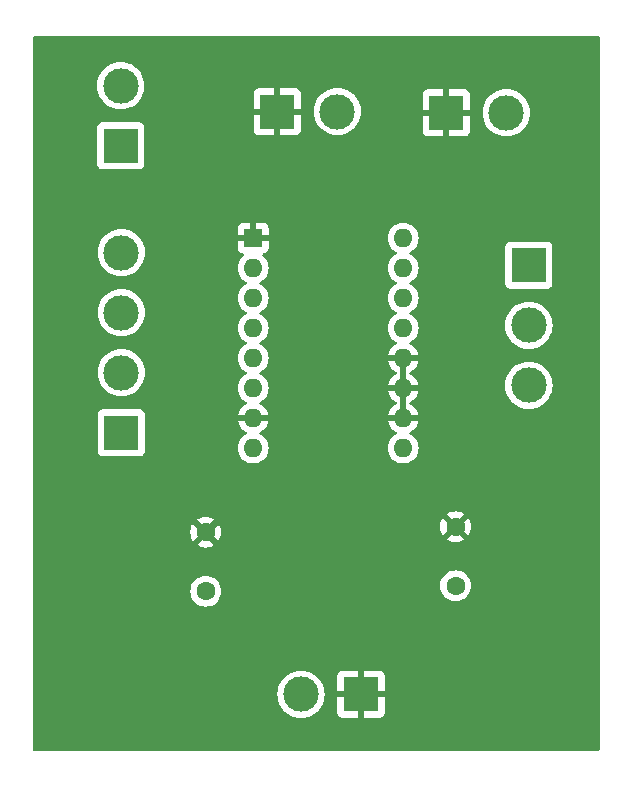
<source format=gbr>
%TF.GenerationSoftware,KiCad,Pcbnew,8.0.5*%
%TF.CreationDate,2025-02-26T19:01:25+01:00*%
%TF.ProjectId,carte 5V,63617274-6520-4355-962e-6b696361645f,rev?*%
%TF.SameCoordinates,Original*%
%TF.FileFunction,Copper,L2,Bot*%
%TF.FilePolarity,Positive*%
%FSLAX46Y46*%
G04 Gerber Fmt 4.6, Leading zero omitted, Abs format (unit mm)*
G04 Created by KiCad (PCBNEW 8.0.5) date 2025-02-26 19:01:25*
%MOMM*%
%LPD*%
G01*
G04 APERTURE LIST*
%TA.AperFunction,ComponentPad*%
%ADD10R,3.000000X3.000000*%
%TD*%
%TA.AperFunction,ComponentPad*%
%ADD11C,3.000000*%
%TD*%
%TA.AperFunction,ComponentPad*%
%ADD12O,1.600000X1.600000*%
%TD*%
%TA.AperFunction,ComponentPad*%
%ADD13R,1.600000X1.600000*%
%TD*%
%TA.AperFunction,ComponentPad*%
%ADD14C,1.600000*%
%TD*%
G04 APERTURE END LIST*
D10*
%TO.P,ToI2C1,1,Pin_1*%
%TO.N,GND*%
X185020000Y-59500000D03*
D11*
%TO.P,ToI2C1,2,Pin_2*%
%TO.N,+5V*%
X190100000Y-59500000D03*
%TD*%
D10*
%TO.P,ToRasp1,1,Pin_1*%
%TO.N,+5V*%
X157450000Y-62290000D03*
D11*
%TO.P,ToRasp1,2*%
%TO.N,N/C*%
X157450000Y-57210000D03*
%TD*%
%TO.P,Teensy1,3,Pin_3*%
%TO.N,Enable1*%
X192000000Y-82580000D03*
%TO.P,Teensy1,2,Pin_2*%
%TO.N,Step1*%
X192000000Y-77500000D03*
D10*
%TO.P,Teensy1,1,Pin_1*%
%TO.N,Dir1*%
X192000000Y-72420000D03*
%TD*%
D11*
%TO.P,Moteurs1,4,Pin_4*%
%TO.N,1B1*%
X157500000Y-71340000D03*
%TO.P,Moteurs1,3,Pin_3*%
%TO.N,1A1*%
X157500000Y-76420000D03*
%TO.P,Moteurs1,2,Pin_2*%
%TO.N,2A1*%
X157500000Y-81500000D03*
D10*
%TO.P,Moteurs1,1,Pin_1*%
%TO.N,2B1*%
X157500000Y-86580000D03*
%TD*%
%TO.P,FromBC5V1,1,Pin_1*%
%TO.N,GND*%
X170710000Y-59400000D03*
D11*
%TO.P,FromBC5V1,2,Pin_2*%
%TO.N,+5V*%
X175790000Y-59400000D03*
%TD*%
D12*
%TO.P,Driver1,16,DIR*%
%TO.N,Dir1*%
X181360000Y-70110000D03*
%TO.P,Driver1,15,STEP*%
%TO.N,Step1*%
X181360000Y-72650000D03*
%TO.P,Driver1,14,~{SLEEP}*%
%TO.N,unconnected-(Driver1-~{SLEEP}-Pad14)*%
X181360000Y-75190000D03*
%TO.P,Driver1,13,~{RESET}*%
%TO.N,unconnected-(Driver1-~{RESET}-Pad13)*%
X181360000Y-77730000D03*
%TO.P,Driver1,12,MS3*%
%TO.N,GND*%
X181360000Y-80270000D03*
%TO.P,Driver1,11,MS2*%
X181360000Y-82810000D03*
%TO.P,Driver1,10,MS1*%
X181360000Y-85350000D03*
%TO.P,Driver1,9,~{ENABLE}*%
%TO.N,Enable1*%
X181360000Y-87890000D03*
%TO.P,Driver1,8,VMOT*%
%TO.N,+12V*%
X168660000Y-87890000D03*
%TO.P,Driver1,7,GND*%
%TO.N,GND*%
X168660000Y-85350000D03*
%TO.P,Driver1,6,2B*%
%TO.N,2B1*%
X168660000Y-82810000D03*
%TO.P,Driver1,5,2A*%
%TO.N,2A1*%
X168660000Y-80270000D03*
%TO.P,Driver1,4,1A*%
%TO.N,1A1*%
X168660000Y-77730000D03*
%TO.P,Driver1,3,1B*%
%TO.N,1B1*%
X168660000Y-75190000D03*
%TO.P,Driver1,2,VDD*%
%TO.N,+5V*%
X168660000Y-72650000D03*
D13*
%TO.P,Driver1,1,GND*%
%TO.N,GND*%
X168660000Y-70110000D03*
%TD*%
D14*
%TO.P,C2,2*%
%TO.N,GND*%
X185800000Y-94550000D03*
%TO.P,C2,1*%
%TO.N,+12V*%
X185800000Y-99550000D03*
%TD*%
%TO.P,C1,1*%
%TO.N,+12V*%
X164650000Y-100010000D03*
%TO.P,C1,2*%
%TO.N,GND*%
X164650000Y-95010000D03*
%TD*%
D11*
%TO.P,12Vin1,2,Pin_2*%
%TO.N,+12V*%
X172710000Y-108750000D03*
D10*
%TO.P,12Vin1,1,Pin_1*%
%TO.N,GND*%
X177790000Y-108750000D03*
%TD*%
%TA.AperFunction,Conductor*%
%TO.N,GND*%
G36*
X181610000Y-85034314D02*
G01*
X181605606Y-85029920D01*
X181514394Y-84977259D01*
X181412661Y-84950000D01*
X181307339Y-84950000D01*
X181205606Y-84977259D01*
X181114394Y-85029920D01*
X181110000Y-85034314D01*
X181110000Y-83125686D01*
X181114394Y-83130080D01*
X181205606Y-83182741D01*
X181307339Y-83210000D01*
X181412661Y-83210000D01*
X181514394Y-83182741D01*
X181605606Y-83130080D01*
X181610000Y-83125686D01*
X181610000Y-85034314D01*
G37*
%TD.AperFunction*%
%TA.AperFunction,Conductor*%
G36*
X181610000Y-82494314D02*
G01*
X181605606Y-82489920D01*
X181514394Y-82437259D01*
X181412661Y-82410000D01*
X181307339Y-82410000D01*
X181205606Y-82437259D01*
X181114394Y-82489920D01*
X181110000Y-82494314D01*
X181110000Y-80585686D01*
X181114394Y-80590080D01*
X181205606Y-80642741D01*
X181307339Y-80670000D01*
X181412661Y-80670000D01*
X181514394Y-80642741D01*
X181605606Y-80590080D01*
X181610000Y-80585686D01*
X181610000Y-82494314D01*
G37*
%TD.AperFunction*%
%TA.AperFunction,Conductor*%
G36*
X197942539Y-53020185D02*
G01*
X197988294Y-53072989D01*
X197999500Y-53124500D01*
X197999500Y-113375500D01*
X197979815Y-113442539D01*
X197927011Y-113488294D01*
X197875500Y-113499500D01*
X150124500Y-113499500D01*
X150057461Y-113479815D01*
X150011706Y-113427011D01*
X150000500Y-113375500D01*
X150000500Y-108749998D01*
X170704390Y-108749998D01*
X170704390Y-108750001D01*
X170724804Y-109035433D01*
X170785628Y-109315037D01*
X170785630Y-109315043D01*
X170785631Y-109315046D01*
X170847452Y-109480793D01*
X170885635Y-109583166D01*
X171022770Y-109834309D01*
X171022775Y-109834317D01*
X171194254Y-110063387D01*
X171194270Y-110063405D01*
X171396594Y-110265729D01*
X171396612Y-110265745D01*
X171625682Y-110437224D01*
X171625690Y-110437229D01*
X171876833Y-110574364D01*
X171876832Y-110574364D01*
X171876836Y-110574365D01*
X171876839Y-110574367D01*
X172144954Y-110674369D01*
X172144960Y-110674370D01*
X172144962Y-110674371D01*
X172424566Y-110735195D01*
X172424568Y-110735195D01*
X172424572Y-110735196D01*
X172678220Y-110753337D01*
X172709999Y-110755610D01*
X172710000Y-110755610D01*
X172710001Y-110755610D01*
X172738595Y-110753564D01*
X172995428Y-110735196D01*
X173275046Y-110674369D01*
X173543161Y-110574367D01*
X173794315Y-110437226D01*
X174023395Y-110265739D01*
X174225739Y-110063395D01*
X174397226Y-109834315D01*
X174534367Y-109583161D01*
X174634369Y-109315046D01*
X174695196Y-109035428D01*
X174715610Y-108750000D01*
X174695196Y-108464572D01*
X174634369Y-108184954D01*
X174534367Y-107916839D01*
X174397226Y-107665685D01*
X174397224Y-107665682D01*
X174225745Y-107436612D01*
X174225729Y-107436594D01*
X174023405Y-107234270D01*
X174023387Y-107234254D01*
X173980508Y-107202155D01*
X175790000Y-107202155D01*
X175790000Y-108500000D01*
X177070936Y-108500000D01*
X177059207Y-108528316D01*
X177030000Y-108675147D01*
X177030000Y-108824853D01*
X177059207Y-108971684D01*
X177070936Y-109000000D01*
X175790000Y-109000000D01*
X175790000Y-110297844D01*
X175796401Y-110357372D01*
X175796403Y-110357379D01*
X175846645Y-110492086D01*
X175846649Y-110492093D01*
X175932809Y-110607187D01*
X175932812Y-110607190D01*
X176047906Y-110693350D01*
X176047913Y-110693354D01*
X176182620Y-110743596D01*
X176182627Y-110743598D01*
X176242155Y-110749999D01*
X176242172Y-110750000D01*
X177540000Y-110750000D01*
X177540000Y-109469064D01*
X177568316Y-109480793D01*
X177715147Y-109510000D01*
X177864853Y-109510000D01*
X178011684Y-109480793D01*
X178040000Y-109469064D01*
X178040000Y-110750000D01*
X179337828Y-110750000D01*
X179337844Y-110749999D01*
X179397372Y-110743598D01*
X179397379Y-110743596D01*
X179532086Y-110693354D01*
X179532093Y-110693350D01*
X179647187Y-110607190D01*
X179647190Y-110607187D01*
X179733350Y-110492093D01*
X179733354Y-110492086D01*
X179783596Y-110357379D01*
X179783598Y-110357372D01*
X179789999Y-110297844D01*
X179790000Y-110297827D01*
X179790000Y-109000000D01*
X178509064Y-109000000D01*
X178520793Y-108971684D01*
X178550000Y-108824853D01*
X178550000Y-108675147D01*
X178520793Y-108528316D01*
X178509064Y-108500000D01*
X179790000Y-108500000D01*
X179790000Y-107202172D01*
X179789999Y-107202155D01*
X179783598Y-107142627D01*
X179783596Y-107142620D01*
X179733354Y-107007913D01*
X179733350Y-107007906D01*
X179647190Y-106892812D01*
X179647187Y-106892809D01*
X179532093Y-106806649D01*
X179532086Y-106806645D01*
X179397379Y-106756403D01*
X179397372Y-106756401D01*
X179337844Y-106750000D01*
X178040000Y-106750000D01*
X178040000Y-108030935D01*
X178011684Y-108019207D01*
X177864853Y-107990000D01*
X177715147Y-107990000D01*
X177568316Y-108019207D01*
X177540000Y-108030935D01*
X177540000Y-106750000D01*
X176242155Y-106750000D01*
X176182627Y-106756401D01*
X176182620Y-106756403D01*
X176047913Y-106806645D01*
X176047906Y-106806649D01*
X175932812Y-106892809D01*
X175932809Y-106892812D01*
X175846649Y-107007906D01*
X175846645Y-107007913D01*
X175796403Y-107142620D01*
X175796401Y-107142627D01*
X175790000Y-107202155D01*
X173980508Y-107202155D01*
X173794317Y-107062775D01*
X173794309Y-107062770D01*
X173543166Y-106925635D01*
X173543167Y-106925635D01*
X173435915Y-106885632D01*
X173275046Y-106825631D01*
X173275043Y-106825630D01*
X173275037Y-106825628D01*
X172995433Y-106764804D01*
X172710001Y-106744390D01*
X172709999Y-106744390D01*
X172424566Y-106764804D01*
X172144962Y-106825628D01*
X171876833Y-106925635D01*
X171625690Y-107062770D01*
X171625682Y-107062775D01*
X171396612Y-107234254D01*
X171396594Y-107234270D01*
X171194270Y-107436594D01*
X171194254Y-107436612D01*
X171022775Y-107665682D01*
X171022770Y-107665690D01*
X170885635Y-107916833D01*
X170785628Y-108184962D01*
X170724804Y-108464566D01*
X170704390Y-108749998D01*
X150000500Y-108749998D01*
X150000500Y-100009998D01*
X163344532Y-100009998D01*
X163344532Y-100010001D01*
X163364364Y-100236686D01*
X163364366Y-100236697D01*
X163423258Y-100456488D01*
X163423261Y-100456497D01*
X163519431Y-100662732D01*
X163519432Y-100662734D01*
X163649954Y-100849141D01*
X163810858Y-101010045D01*
X163810861Y-101010047D01*
X163997266Y-101140568D01*
X164203504Y-101236739D01*
X164423308Y-101295635D01*
X164585230Y-101309801D01*
X164649998Y-101315468D01*
X164650000Y-101315468D01*
X164650002Y-101315468D01*
X164706673Y-101310509D01*
X164876692Y-101295635D01*
X165096496Y-101236739D01*
X165302734Y-101140568D01*
X165489139Y-101010047D01*
X165650047Y-100849139D01*
X165780568Y-100662734D01*
X165876739Y-100456496D01*
X165935635Y-100236692D01*
X165955468Y-100010000D01*
X165935635Y-99783308D01*
X165876739Y-99563504D01*
X165870441Y-99549998D01*
X184494532Y-99549998D01*
X184494532Y-99550001D01*
X184514364Y-99776686D01*
X184514366Y-99776697D01*
X184573258Y-99996488D01*
X184573261Y-99996497D01*
X184669431Y-100202732D01*
X184669432Y-100202734D01*
X184799954Y-100389141D01*
X184960858Y-100550045D01*
X184960861Y-100550047D01*
X185147266Y-100680568D01*
X185353504Y-100776739D01*
X185573308Y-100835635D01*
X185727682Y-100849141D01*
X185799998Y-100855468D01*
X185800000Y-100855468D01*
X185800002Y-100855468D01*
X185856673Y-100850509D01*
X186026692Y-100835635D01*
X186246496Y-100776739D01*
X186452734Y-100680568D01*
X186639139Y-100550047D01*
X186800047Y-100389139D01*
X186930568Y-100202734D01*
X187026739Y-99996496D01*
X187085635Y-99776692D01*
X187105468Y-99550000D01*
X187085635Y-99323308D01*
X187026739Y-99103504D01*
X186930568Y-98897266D01*
X186800047Y-98710861D01*
X186800045Y-98710858D01*
X186639141Y-98549954D01*
X186452734Y-98419432D01*
X186452732Y-98419431D01*
X186246497Y-98323261D01*
X186246488Y-98323258D01*
X186026697Y-98264366D01*
X186026693Y-98264365D01*
X186026692Y-98264365D01*
X186026691Y-98264364D01*
X186026686Y-98264364D01*
X185800002Y-98244532D01*
X185799998Y-98244532D01*
X185573313Y-98264364D01*
X185573302Y-98264366D01*
X185353511Y-98323258D01*
X185353502Y-98323261D01*
X185147267Y-98419431D01*
X185147265Y-98419432D01*
X184960858Y-98549954D01*
X184799954Y-98710858D01*
X184669432Y-98897265D01*
X184669431Y-98897267D01*
X184573261Y-99103502D01*
X184573258Y-99103511D01*
X184514366Y-99323302D01*
X184514364Y-99323313D01*
X184494532Y-99549998D01*
X165870441Y-99549998D01*
X165780568Y-99357266D01*
X165650047Y-99170861D01*
X165650045Y-99170858D01*
X165489141Y-99009954D01*
X165302734Y-98879432D01*
X165302732Y-98879431D01*
X165096497Y-98783261D01*
X165096488Y-98783258D01*
X164876697Y-98724366D01*
X164876693Y-98724365D01*
X164876692Y-98724365D01*
X164876691Y-98724364D01*
X164876686Y-98724364D01*
X164650002Y-98704532D01*
X164649998Y-98704532D01*
X164423313Y-98724364D01*
X164423302Y-98724366D01*
X164203511Y-98783258D01*
X164203502Y-98783261D01*
X163997267Y-98879431D01*
X163997265Y-98879432D01*
X163810858Y-99009954D01*
X163649954Y-99170858D01*
X163519432Y-99357265D01*
X163519431Y-99357267D01*
X163423261Y-99563502D01*
X163423258Y-99563511D01*
X163364366Y-99783302D01*
X163364364Y-99783313D01*
X163344532Y-100009998D01*
X150000500Y-100009998D01*
X150000500Y-95009997D01*
X163345034Y-95009997D01*
X163345034Y-95010002D01*
X163364858Y-95236599D01*
X163364860Y-95236610D01*
X163423730Y-95456317D01*
X163423735Y-95456331D01*
X163519863Y-95662478D01*
X163570974Y-95735472D01*
X164250000Y-95056446D01*
X164250000Y-95062661D01*
X164277259Y-95164394D01*
X164329920Y-95255606D01*
X164404394Y-95330080D01*
X164495606Y-95382741D01*
X164597339Y-95410000D01*
X164603553Y-95410000D01*
X163924526Y-96089025D01*
X163997513Y-96140132D01*
X163997521Y-96140136D01*
X164203668Y-96236264D01*
X164203682Y-96236269D01*
X164423389Y-96295139D01*
X164423400Y-96295141D01*
X164649998Y-96314966D01*
X164650002Y-96314966D01*
X164876599Y-96295141D01*
X164876610Y-96295139D01*
X165096317Y-96236269D01*
X165096331Y-96236264D01*
X165302478Y-96140136D01*
X165375471Y-96089024D01*
X164696447Y-95410000D01*
X164702661Y-95410000D01*
X164804394Y-95382741D01*
X164895606Y-95330080D01*
X164970080Y-95255606D01*
X165022741Y-95164394D01*
X165050000Y-95062661D01*
X165050000Y-95056447D01*
X165729024Y-95735471D01*
X165780136Y-95662478D01*
X165876264Y-95456331D01*
X165876269Y-95456317D01*
X165935139Y-95236610D01*
X165935141Y-95236599D01*
X165954966Y-95010002D01*
X165954966Y-95009997D01*
X165935141Y-94783400D01*
X165935139Y-94783389D01*
X165876269Y-94563682D01*
X165876264Y-94563668D01*
X165869889Y-94549997D01*
X184495034Y-94549997D01*
X184495034Y-94550002D01*
X184514858Y-94776599D01*
X184514860Y-94776610D01*
X184573730Y-94996317D01*
X184573735Y-94996331D01*
X184669863Y-95202478D01*
X184720974Y-95275472D01*
X185400000Y-94596446D01*
X185400000Y-94602661D01*
X185427259Y-94704394D01*
X185479920Y-94795606D01*
X185554394Y-94870080D01*
X185645606Y-94922741D01*
X185747339Y-94950000D01*
X185753553Y-94950000D01*
X185074526Y-95629025D01*
X185147513Y-95680132D01*
X185147521Y-95680136D01*
X185353668Y-95776264D01*
X185353682Y-95776269D01*
X185573389Y-95835139D01*
X185573400Y-95835141D01*
X185799998Y-95854966D01*
X185800002Y-95854966D01*
X186026599Y-95835141D01*
X186026610Y-95835139D01*
X186246317Y-95776269D01*
X186246331Y-95776264D01*
X186452478Y-95680136D01*
X186525471Y-95629024D01*
X185846447Y-94950000D01*
X185852661Y-94950000D01*
X185954394Y-94922741D01*
X186045606Y-94870080D01*
X186120080Y-94795606D01*
X186172741Y-94704394D01*
X186200000Y-94602661D01*
X186200000Y-94596447D01*
X186879024Y-95275471D01*
X186930136Y-95202478D01*
X187026264Y-94996331D01*
X187026269Y-94996317D01*
X187085139Y-94776610D01*
X187085141Y-94776599D01*
X187104966Y-94550002D01*
X187104966Y-94549997D01*
X187085141Y-94323400D01*
X187085139Y-94323389D01*
X187026269Y-94103682D01*
X187026264Y-94103668D01*
X186930136Y-93897521D01*
X186930132Y-93897513D01*
X186879025Y-93824526D01*
X186200000Y-94503551D01*
X186200000Y-94497339D01*
X186172741Y-94395606D01*
X186120080Y-94304394D01*
X186045606Y-94229920D01*
X185954394Y-94177259D01*
X185852661Y-94150000D01*
X185846448Y-94150000D01*
X186525472Y-93470974D01*
X186452478Y-93419863D01*
X186246331Y-93323735D01*
X186246317Y-93323730D01*
X186026610Y-93264860D01*
X186026599Y-93264858D01*
X185800002Y-93245034D01*
X185799998Y-93245034D01*
X185573400Y-93264858D01*
X185573389Y-93264860D01*
X185353682Y-93323730D01*
X185353673Y-93323734D01*
X185147516Y-93419866D01*
X185147512Y-93419868D01*
X185074526Y-93470973D01*
X185074526Y-93470974D01*
X185753553Y-94150000D01*
X185747339Y-94150000D01*
X185645606Y-94177259D01*
X185554394Y-94229920D01*
X185479920Y-94304394D01*
X185427259Y-94395606D01*
X185400000Y-94497339D01*
X185400000Y-94503552D01*
X184720974Y-93824526D01*
X184720973Y-93824526D01*
X184669868Y-93897512D01*
X184669866Y-93897516D01*
X184573734Y-94103673D01*
X184573730Y-94103682D01*
X184514860Y-94323389D01*
X184514858Y-94323400D01*
X184495034Y-94549997D01*
X165869889Y-94549997D01*
X165780136Y-94357521D01*
X165780132Y-94357513D01*
X165729025Y-94284526D01*
X165050000Y-94963551D01*
X165050000Y-94957339D01*
X165022741Y-94855606D01*
X164970080Y-94764394D01*
X164895606Y-94689920D01*
X164804394Y-94637259D01*
X164702661Y-94610000D01*
X164696448Y-94610000D01*
X165375472Y-93930974D01*
X165302478Y-93879863D01*
X165096331Y-93783735D01*
X165096317Y-93783730D01*
X164876610Y-93724860D01*
X164876599Y-93724858D01*
X164650002Y-93705034D01*
X164649998Y-93705034D01*
X164423400Y-93724858D01*
X164423389Y-93724860D01*
X164203682Y-93783730D01*
X164203673Y-93783734D01*
X163997516Y-93879866D01*
X163997512Y-93879868D01*
X163924526Y-93930973D01*
X163924526Y-93930974D01*
X164603553Y-94610000D01*
X164597339Y-94610000D01*
X164495606Y-94637259D01*
X164404394Y-94689920D01*
X164329920Y-94764394D01*
X164277259Y-94855606D01*
X164250000Y-94957339D01*
X164250000Y-94963552D01*
X163570974Y-94284526D01*
X163570973Y-94284526D01*
X163519868Y-94357512D01*
X163519866Y-94357516D01*
X163423734Y-94563673D01*
X163423730Y-94563682D01*
X163364860Y-94783389D01*
X163364858Y-94783400D01*
X163345034Y-95009997D01*
X150000500Y-95009997D01*
X150000500Y-85032135D01*
X155499500Y-85032135D01*
X155499500Y-88127870D01*
X155499501Y-88127876D01*
X155505908Y-88187483D01*
X155556202Y-88322328D01*
X155556206Y-88322335D01*
X155642452Y-88437544D01*
X155642455Y-88437547D01*
X155757664Y-88523793D01*
X155757671Y-88523797D01*
X155892517Y-88574091D01*
X155892516Y-88574091D01*
X155899444Y-88574835D01*
X155952127Y-88580500D01*
X159047872Y-88580499D01*
X159107483Y-88574091D01*
X159242331Y-88523796D01*
X159357546Y-88437546D01*
X159443796Y-88322331D01*
X159494091Y-88187483D01*
X159500500Y-88127873D01*
X159500499Y-85032128D01*
X159494091Y-84972517D01*
X159468417Y-84903682D01*
X159443797Y-84837671D01*
X159443793Y-84837664D01*
X159357547Y-84722455D01*
X159357544Y-84722452D01*
X159242335Y-84636206D01*
X159242328Y-84636202D01*
X159107482Y-84585908D01*
X159107483Y-84585908D01*
X159047883Y-84579501D01*
X159047881Y-84579500D01*
X159047873Y-84579500D01*
X159047864Y-84579500D01*
X155952129Y-84579500D01*
X155952123Y-84579501D01*
X155892516Y-84585908D01*
X155757671Y-84636202D01*
X155757664Y-84636206D01*
X155642455Y-84722452D01*
X155642452Y-84722455D01*
X155556206Y-84837664D01*
X155556202Y-84837671D01*
X155505908Y-84972517D01*
X155499737Y-85029920D01*
X155499501Y-85032123D01*
X155499500Y-85032135D01*
X150000500Y-85032135D01*
X150000500Y-81499998D01*
X155494390Y-81499998D01*
X155494390Y-81500001D01*
X155514804Y-81785433D01*
X155575628Y-82065037D01*
X155575630Y-82065043D01*
X155575631Y-82065046D01*
X155610028Y-82157267D01*
X155675635Y-82333166D01*
X155812770Y-82584309D01*
X155812775Y-82584317D01*
X155984254Y-82813387D01*
X155984270Y-82813405D01*
X156186594Y-83015729D01*
X156186612Y-83015745D01*
X156415682Y-83187224D01*
X156415690Y-83187229D01*
X156666833Y-83324364D01*
X156666832Y-83324364D01*
X156666836Y-83324365D01*
X156666839Y-83324367D01*
X156934954Y-83424369D01*
X156934960Y-83424370D01*
X156934962Y-83424371D01*
X157214566Y-83485195D01*
X157214568Y-83485195D01*
X157214572Y-83485196D01*
X157468220Y-83503337D01*
X157499999Y-83505610D01*
X157500000Y-83505610D01*
X157500001Y-83505610D01*
X157528595Y-83503564D01*
X157785428Y-83485196D01*
X157888685Y-83462734D01*
X158065037Y-83424371D01*
X158065037Y-83424370D01*
X158065046Y-83424369D01*
X158333161Y-83324367D01*
X158584315Y-83187226D01*
X158813395Y-83015739D01*
X159015739Y-82813395D01*
X159187226Y-82584315D01*
X159324367Y-82333161D01*
X159424369Y-82065046D01*
X159435266Y-82014954D01*
X159485195Y-81785433D01*
X159485195Y-81785432D01*
X159485196Y-81785428D01*
X159505610Y-81500000D01*
X159505301Y-81495685D01*
X159498499Y-81400570D01*
X159485196Y-81214572D01*
X159452496Y-81064254D01*
X159424371Y-80934962D01*
X159424370Y-80934960D01*
X159424369Y-80934954D01*
X159324367Y-80666839D01*
X159318245Y-80655628D01*
X159187229Y-80415690D01*
X159187224Y-80415682D01*
X159015745Y-80186612D01*
X159015729Y-80186594D01*
X158813405Y-79984270D01*
X158813387Y-79984254D01*
X158584317Y-79812775D01*
X158584309Y-79812770D01*
X158333166Y-79675635D01*
X158333167Y-79675635D01*
X158176673Y-79617266D01*
X158065046Y-79575631D01*
X158065043Y-79575630D01*
X158065037Y-79575628D01*
X157785433Y-79514804D01*
X157500001Y-79494390D01*
X157499999Y-79494390D01*
X157214566Y-79514804D01*
X156934962Y-79575628D01*
X156666833Y-79675635D01*
X156415690Y-79812770D01*
X156415682Y-79812775D01*
X156186612Y-79984254D01*
X156186594Y-79984270D01*
X155984270Y-80186594D01*
X155984254Y-80186612D01*
X155812775Y-80415682D01*
X155812770Y-80415690D01*
X155675635Y-80666833D01*
X155575628Y-80934962D01*
X155514804Y-81214566D01*
X155494390Y-81499998D01*
X150000500Y-81499998D01*
X150000500Y-76419998D01*
X155494390Y-76419998D01*
X155494390Y-76420001D01*
X155514804Y-76705433D01*
X155575628Y-76985037D01*
X155575630Y-76985043D01*
X155575631Y-76985046D01*
X155610028Y-77077267D01*
X155675635Y-77253166D01*
X155812770Y-77504309D01*
X155812775Y-77504317D01*
X155984254Y-77733387D01*
X155984270Y-77733405D01*
X156186594Y-77935729D01*
X156186612Y-77935745D01*
X156415682Y-78107224D01*
X156415690Y-78107229D01*
X156666833Y-78244364D01*
X156666832Y-78244364D01*
X156666836Y-78244365D01*
X156666839Y-78244367D01*
X156934954Y-78344369D01*
X156934960Y-78344370D01*
X156934962Y-78344371D01*
X157214566Y-78405195D01*
X157214568Y-78405195D01*
X157214572Y-78405196D01*
X157468220Y-78423337D01*
X157499999Y-78425610D01*
X157500000Y-78425610D01*
X157500001Y-78425610D01*
X157528595Y-78423564D01*
X157785428Y-78405196D01*
X157888685Y-78382734D01*
X158065037Y-78344371D01*
X158065037Y-78344370D01*
X158065046Y-78344369D01*
X158333161Y-78244367D01*
X158584315Y-78107226D01*
X158813395Y-77935739D01*
X159015739Y-77733395D01*
X159187226Y-77504315D01*
X159324367Y-77253161D01*
X159424369Y-76985046D01*
X159485196Y-76705428D01*
X159505610Y-76420000D01*
X159505301Y-76415685D01*
X159498499Y-76320570D01*
X159485196Y-76134572D01*
X159452496Y-75984254D01*
X159424371Y-75854962D01*
X159424370Y-75854960D01*
X159424369Y-75854954D01*
X159324367Y-75586839D01*
X159318245Y-75575628D01*
X159187229Y-75335690D01*
X159187224Y-75335682D01*
X159015745Y-75106612D01*
X159015729Y-75106594D01*
X158813405Y-74904270D01*
X158813387Y-74904254D01*
X158584317Y-74732775D01*
X158584309Y-74732770D01*
X158333166Y-74595635D01*
X158333167Y-74595635D01*
X158176673Y-74537266D01*
X158065046Y-74495631D01*
X158065043Y-74495630D01*
X158065037Y-74495628D01*
X157785433Y-74434804D01*
X157500001Y-74414390D01*
X157499999Y-74414390D01*
X157214566Y-74434804D01*
X156934962Y-74495628D01*
X156666833Y-74595635D01*
X156415690Y-74732770D01*
X156415682Y-74732775D01*
X156186612Y-74904254D01*
X156186594Y-74904270D01*
X155984270Y-75106594D01*
X155984254Y-75106612D01*
X155812775Y-75335682D01*
X155812770Y-75335690D01*
X155675635Y-75586833D01*
X155575628Y-75854962D01*
X155514804Y-76134566D01*
X155494390Y-76419998D01*
X150000500Y-76419998D01*
X150000500Y-71339998D01*
X155494390Y-71339998D01*
X155494390Y-71340001D01*
X155514804Y-71625433D01*
X155575628Y-71905037D01*
X155575630Y-71905043D01*
X155575631Y-71905046D01*
X155610028Y-71997267D01*
X155675635Y-72173166D01*
X155812770Y-72424309D01*
X155812775Y-72424317D01*
X155984254Y-72653387D01*
X155984270Y-72653405D01*
X156186594Y-72855729D01*
X156186612Y-72855745D01*
X156415682Y-73027224D01*
X156415690Y-73027229D01*
X156666833Y-73164364D01*
X156666832Y-73164364D01*
X156666836Y-73164365D01*
X156666839Y-73164367D01*
X156934954Y-73264369D01*
X156934960Y-73264370D01*
X156934962Y-73264371D01*
X157214566Y-73325195D01*
X157214568Y-73325195D01*
X157214572Y-73325196D01*
X157468220Y-73343337D01*
X157499999Y-73345610D01*
X157500000Y-73345610D01*
X157500001Y-73345610D01*
X157528595Y-73343564D01*
X157785428Y-73325196D01*
X157888685Y-73302734D01*
X158065037Y-73264371D01*
X158065037Y-73264370D01*
X158065046Y-73264369D01*
X158333161Y-73164367D01*
X158584315Y-73027226D01*
X158813395Y-72855739D01*
X159015739Y-72653395D01*
X159018282Y-72649998D01*
X167354532Y-72649998D01*
X167354532Y-72650001D01*
X167374364Y-72876686D01*
X167374366Y-72876697D01*
X167433258Y-73096488D01*
X167433261Y-73096497D01*
X167529431Y-73302732D01*
X167529432Y-73302734D01*
X167659954Y-73489141D01*
X167820858Y-73650045D01*
X167820861Y-73650047D01*
X168007266Y-73780568D01*
X168065275Y-73807618D01*
X168117714Y-73853791D01*
X168136866Y-73920984D01*
X168116650Y-73987865D01*
X168065275Y-74032382D01*
X168007267Y-74059431D01*
X168007265Y-74059432D01*
X167820858Y-74189954D01*
X167659954Y-74350858D01*
X167529432Y-74537265D01*
X167529431Y-74537267D01*
X167433261Y-74743502D01*
X167433258Y-74743511D01*
X167374366Y-74963302D01*
X167374364Y-74963313D01*
X167354532Y-75189998D01*
X167354532Y-75190001D01*
X167374364Y-75416686D01*
X167374366Y-75416697D01*
X167433258Y-75636488D01*
X167433261Y-75636497D01*
X167529431Y-75842732D01*
X167529432Y-75842734D01*
X167659954Y-76029141D01*
X167820858Y-76190045D01*
X167820861Y-76190047D01*
X168007266Y-76320568D01*
X168065275Y-76347618D01*
X168117714Y-76393791D01*
X168136866Y-76460984D01*
X168116650Y-76527865D01*
X168065275Y-76572382D01*
X168007267Y-76599431D01*
X168007265Y-76599432D01*
X167820858Y-76729954D01*
X167659954Y-76890858D01*
X167529432Y-77077265D01*
X167529431Y-77077267D01*
X167433261Y-77283502D01*
X167433258Y-77283511D01*
X167374366Y-77503302D01*
X167374364Y-77503313D01*
X167354532Y-77729998D01*
X167354532Y-77730001D01*
X167374364Y-77956686D01*
X167374366Y-77956697D01*
X167433258Y-78176488D01*
X167433261Y-78176497D01*
X167529431Y-78382732D01*
X167529432Y-78382734D01*
X167659954Y-78569141D01*
X167820858Y-78730045D01*
X167820861Y-78730047D01*
X168007266Y-78860568D01*
X168065275Y-78887618D01*
X168117714Y-78933791D01*
X168136866Y-79000984D01*
X168116650Y-79067865D01*
X168065275Y-79112382D01*
X168007267Y-79139431D01*
X168007265Y-79139432D01*
X167820858Y-79269954D01*
X167659954Y-79430858D01*
X167529432Y-79617265D01*
X167529431Y-79617267D01*
X167433261Y-79823502D01*
X167433258Y-79823511D01*
X167374366Y-80043302D01*
X167374364Y-80043313D01*
X167354532Y-80269998D01*
X167354532Y-80270001D01*
X167374364Y-80496686D01*
X167374366Y-80496697D01*
X167433258Y-80716488D01*
X167433261Y-80716497D01*
X167529431Y-80922732D01*
X167529432Y-80922734D01*
X167659954Y-81109141D01*
X167820858Y-81270045D01*
X167820861Y-81270047D01*
X168007266Y-81400568D01*
X168065275Y-81427618D01*
X168117714Y-81473791D01*
X168136866Y-81540984D01*
X168116650Y-81607865D01*
X168065275Y-81652382D01*
X168007267Y-81679431D01*
X168007265Y-81679432D01*
X167820858Y-81809954D01*
X167659954Y-81970858D01*
X167529432Y-82157265D01*
X167529431Y-82157267D01*
X167433261Y-82363502D01*
X167433258Y-82363511D01*
X167374366Y-82583302D01*
X167374364Y-82583313D01*
X167354532Y-82809998D01*
X167354532Y-82810001D01*
X167374364Y-83036686D01*
X167374366Y-83036697D01*
X167433258Y-83256488D01*
X167433261Y-83256497D01*
X167529431Y-83462732D01*
X167529432Y-83462734D01*
X167659954Y-83649141D01*
X167820858Y-83810045D01*
X167820861Y-83810047D01*
X168007266Y-83940568D01*
X168065865Y-83967893D01*
X168118305Y-84014065D01*
X168137457Y-84081258D01*
X168117242Y-84148139D01*
X168065867Y-84192657D01*
X168007515Y-84219867D01*
X167821179Y-84350342D01*
X167660342Y-84511179D01*
X167529865Y-84697517D01*
X167433734Y-84903673D01*
X167433730Y-84903682D01*
X167381127Y-85099999D01*
X167381128Y-85100000D01*
X168344314Y-85100000D01*
X168339920Y-85104394D01*
X168287259Y-85195606D01*
X168260000Y-85297339D01*
X168260000Y-85402661D01*
X168287259Y-85504394D01*
X168339920Y-85595606D01*
X168344314Y-85600000D01*
X167381128Y-85600000D01*
X167433730Y-85796317D01*
X167433734Y-85796326D01*
X167529865Y-86002482D01*
X167660342Y-86188820D01*
X167821179Y-86349657D01*
X168007518Y-86480134D01*
X168007520Y-86480135D01*
X168065865Y-86507342D01*
X168118305Y-86553514D01*
X168137457Y-86620707D01*
X168117242Y-86687589D01*
X168065867Y-86732105D01*
X168007268Y-86759431D01*
X168007264Y-86759433D01*
X167820858Y-86889954D01*
X167659954Y-87050858D01*
X167529432Y-87237265D01*
X167529431Y-87237267D01*
X167433261Y-87443502D01*
X167433258Y-87443511D01*
X167374366Y-87663302D01*
X167374364Y-87663313D01*
X167354532Y-87889998D01*
X167354532Y-87890001D01*
X167374364Y-88116686D01*
X167374366Y-88116697D01*
X167433258Y-88336488D01*
X167433261Y-88336497D01*
X167529431Y-88542732D01*
X167529432Y-88542734D01*
X167659954Y-88729141D01*
X167820858Y-88890045D01*
X167820861Y-88890047D01*
X168007266Y-89020568D01*
X168213504Y-89116739D01*
X168433308Y-89175635D01*
X168595230Y-89189801D01*
X168659998Y-89195468D01*
X168660000Y-89195468D01*
X168660002Y-89195468D01*
X168716673Y-89190509D01*
X168886692Y-89175635D01*
X169106496Y-89116739D01*
X169312734Y-89020568D01*
X169499139Y-88890047D01*
X169660047Y-88729139D01*
X169790568Y-88542734D01*
X169886739Y-88336496D01*
X169945635Y-88116692D01*
X169965468Y-87890000D01*
X169945635Y-87663308D01*
X169886739Y-87443504D01*
X169790568Y-87237266D01*
X169660047Y-87050861D01*
X169660045Y-87050858D01*
X169499141Y-86889954D01*
X169312734Y-86759432D01*
X169312732Y-86759431D01*
X169301275Y-86754088D01*
X169254132Y-86732105D01*
X169201694Y-86685934D01*
X169182542Y-86618740D01*
X169202758Y-86551859D01*
X169254134Y-86507341D01*
X169312484Y-86480132D01*
X169498820Y-86349657D01*
X169659657Y-86188820D01*
X169790134Y-86002482D01*
X169886265Y-85796326D01*
X169886269Y-85796317D01*
X169938872Y-85600000D01*
X168975686Y-85600000D01*
X168980080Y-85595606D01*
X169032741Y-85504394D01*
X169060000Y-85402661D01*
X169060000Y-85297339D01*
X169032741Y-85195606D01*
X168980080Y-85104394D01*
X168975686Y-85100000D01*
X169938872Y-85100000D01*
X169938872Y-85099999D01*
X169886269Y-84903682D01*
X169886265Y-84903673D01*
X169790134Y-84697517D01*
X169659657Y-84511179D01*
X169498820Y-84350342D01*
X169312482Y-84219865D01*
X169254133Y-84192657D01*
X169201694Y-84146484D01*
X169182542Y-84079291D01*
X169202758Y-84012410D01*
X169254129Y-83967895D01*
X169312734Y-83940568D01*
X169499139Y-83810047D01*
X169660047Y-83649139D01*
X169790568Y-83462734D01*
X169886739Y-83256496D01*
X169945635Y-83036692D01*
X169965468Y-82810000D01*
X169945635Y-82583308D01*
X169886739Y-82363504D01*
X169790568Y-82157266D01*
X169660047Y-81970861D01*
X169660045Y-81970858D01*
X169499141Y-81809954D01*
X169312734Y-81679432D01*
X169312728Y-81679429D01*
X169254725Y-81652382D01*
X169202285Y-81606210D01*
X169183133Y-81539017D01*
X169203348Y-81472135D01*
X169254725Y-81427618D01*
X169312734Y-81400568D01*
X169499139Y-81270047D01*
X169660047Y-81109139D01*
X169790568Y-80922734D01*
X169886739Y-80716496D01*
X169945635Y-80496692D01*
X169965468Y-80270000D01*
X169945635Y-80043308D01*
X169886739Y-79823504D01*
X169790568Y-79617266D01*
X169660047Y-79430861D01*
X169660045Y-79430858D01*
X169499141Y-79269954D01*
X169312734Y-79139432D01*
X169312728Y-79139429D01*
X169254725Y-79112382D01*
X169202285Y-79066210D01*
X169183133Y-78999017D01*
X169203348Y-78932135D01*
X169254725Y-78887618D01*
X169312734Y-78860568D01*
X169499139Y-78730047D01*
X169660047Y-78569139D01*
X169790568Y-78382734D01*
X169886739Y-78176496D01*
X169945635Y-77956692D01*
X169965468Y-77730000D01*
X169945635Y-77503308D01*
X169886739Y-77283504D01*
X169790568Y-77077266D01*
X169660047Y-76890861D01*
X169660045Y-76890858D01*
X169499141Y-76729954D01*
X169312734Y-76599432D01*
X169312728Y-76599429D01*
X169254725Y-76572382D01*
X169202285Y-76526210D01*
X169183133Y-76459017D01*
X169203348Y-76392135D01*
X169254725Y-76347618D01*
X169312734Y-76320568D01*
X169499139Y-76190047D01*
X169660047Y-76029139D01*
X169790568Y-75842734D01*
X169886739Y-75636496D01*
X169945635Y-75416692D01*
X169965468Y-75190000D01*
X169945635Y-74963308D01*
X169886739Y-74743504D01*
X169790568Y-74537266D01*
X169660047Y-74350861D01*
X169660045Y-74350858D01*
X169499141Y-74189954D01*
X169312734Y-74059432D01*
X169312728Y-74059429D01*
X169254725Y-74032382D01*
X169202285Y-73986210D01*
X169183133Y-73919017D01*
X169203348Y-73852135D01*
X169254725Y-73807618D01*
X169312734Y-73780568D01*
X169499139Y-73650047D01*
X169660047Y-73489139D01*
X169790568Y-73302734D01*
X169886739Y-73096496D01*
X169945635Y-72876692D01*
X169965468Y-72650000D01*
X169945635Y-72423308D01*
X169886739Y-72203504D01*
X169790568Y-71997266D01*
X169660047Y-71810861D01*
X169660045Y-71810858D01*
X169499143Y-71649956D01*
X169473912Y-71632289D01*
X169430287Y-71577712D01*
X169423095Y-71508213D01*
X169454617Y-71445859D01*
X169514847Y-71410445D01*
X169531781Y-71407424D01*
X169567380Y-71403596D01*
X169702086Y-71353354D01*
X169702093Y-71353350D01*
X169817187Y-71267190D01*
X169817190Y-71267187D01*
X169903350Y-71152093D01*
X169903354Y-71152086D01*
X169953596Y-71017379D01*
X169953598Y-71017372D01*
X169959999Y-70957844D01*
X169960000Y-70957827D01*
X169960000Y-70360000D01*
X168975686Y-70360000D01*
X168980080Y-70355606D01*
X169032741Y-70264394D01*
X169060000Y-70162661D01*
X169060000Y-70109998D01*
X180054532Y-70109998D01*
X180054532Y-70110001D01*
X180074364Y-70336686D01*
X180074366Y-70336697D01*
X180133258Y-70556488D01*
X180133261Y-70556497D01*
X180229431Y-70762732D01*
X180229432Y-70762734D01*
X180359954Y-70949141D01*
X180520858Y-71110045D01*
X180520861Y-71110047D01*
X180707266Y-71240568D01*
X180764357Y-71267190D01*
X180765275Y-71267618D01*
X180817714Y-71313791D01*
X180836866Y-71380984D01*
X180816650Y-71447865D01*
X180765275Y-71492382D01*
X180707267Y-71519431D01*
X180707265Y-71519432D01*
X180520858Y-71649954D01*
X180359954Y-71810858D01*
X180229432Y-71997265D01*
X180229431Y-71997267D01*
X180133261Y-72203502D01*
X180133258Y-72203511D01*
X180074366Y-72423302D01*
X180074364Y-72423313D01*
X180054532Y-72649998D01*
X180054532Y-72650001D01*
X180074364Y-72876686D01*
X180074366Y-72876697D01*
X180133258Y-73096488D01*
X180133261Y-73096497D01*
X180229431Y-73302732D01*
X180229432Y-73302734D01*
X180359954Y-73489141D01*
X180520858Y-73650045D01*
X180520861Y-73650047D01*
X180707266Y-73780568D01*
X180765275Y-73807618D01*
X180817714Y-73853791D01*
X180836866Y-73920984D01*
X180816650Y-73987865D01*
X180765275Y-74032382D01*
X180707267Y-74059431D01*
X180707265Y-74059432D01*
X180520858Y-74189954D01*
X180359954Y-74350858D01*
X180229432Y-74537265D01*
X180229431Y-74537267D01*
X180133261Y-74743502D01*
X180133258Y-74743511D01*
X180074366Y-74963302D01*
X180074364Y-74963313D01*
X180054532Y-75189998D01*
X180054532Y-75190001D01*
X180074364Y-75416686D01*
X180074366Y-75416697D01*
X180133258Y-75636488D01*
X180133261Y-75636497D01*
X180229431Y-75842732D01*
X180229432Y-75842734D01*
X180359954Y-76029141D01*
X180520858Y-76190045D01*
X180520861Y-76190047D01*
X180707266Y-76320568D01*
X180765275Y-76347618D01*
X180817714Y-76393791D01*
X180836866Y-76460984D01*
X180816650Y-76527865D01*
X180765275Y-76572382D01*
X180707267Y-76599431D01*
X180707265Y-76599432D01*
X180520858Y-76729954D01*
X180359954Y-76890858D01*
X180229432Y-77077265D01*
X180229431Y-77077267D01*
X180133261Y-77283502D01*
X180133258Y-77283511D01*
X180074366Y-77503302D01*
X180074364Y-77503313D01*
X180054532Y-77729998D01*
X180054532Y-77730001D01*
X180074364Y-77956686D01*
X180074366Y-77956697D01*
X180133258Y-78176488D01*
X180133261Y-78176497D01*
X180229431Y-78382732D01*
X180229432Y-78382734D01*
X180359954Y-78569141D01*
X180520858Y-78730045D01*
X180520861Y-78730047D01*
X180707266Y-78860568D01*
X180765865Y-78887893D01*
X180818305Y-78934065D01*
X180837457Y-79001258D01*
X180817242Y-79068139D01*
X180765867Y-79112657D01*
X180707515Y-79139867D01*
X180521179Y-79270342D01*
X180360342Y-79431179D01*
X180229865Y-79617517D01*
X180133734Y-79823673D01*
X180133730Y-79823682D01*
X180081127Y-80019999D01*
X180081128Y-80020000D01*
X181044314Y-80020000D01*
X181039920Y-80024394D01*
X180987259Y-80115606D01*
X180960000Y-80217339D01*
X180960000Y-80322661D01*
X180987259Y-80424394D01*
X181039920Y-80515606D01*
X181044314Y-80520000D01*
X180081128Y-80520000D01*
X180133730Y-80716317D01*
X180133734Y-80716326D01*
X180229865Y-80922482D01*
X180360342Y-81108820D01*
X180521179Y-81269657D01*
X180707517Y-81400134D01*
X180766457Y-81427618D01*
X180818896Y-81473790D01*
X180838048Y-81540984D01*
X180817832Y-81607865D01*
X180766457Y-81652382D01*
X180707517Y-81679865D01*
X180521179Y-81810342D01*
X180360342Y-81971179D01*
X180229865Y-82157517D01*
X180133734Y-82363673D01*
X180133730Y-82363682D01*
X180081127Y-82559999D01*
X180081128Y-82560000D01*
X181044314Y-82560000D01*
X181039920Y-82564394D01*
X180987259Y-82655606D01*
X180960000Y-82757339D01*
X180960000Y-82862661D01*
X180987259Y-82964394D01*
X181039920Y-83055606D01*
X181044314Y-83060000D01*
X180081128Y-83060000D01*
X180133730Y-83256317D01*
X180133734Y-83256326D01*
X180229865Y-83462482D01*
X180360342Y-83648820D01*
X180521179Y-83809657D01*
X180707517Y-83940134D01*
X180766457Y-83967618D01*
X180818896Y-84013790D01*
X180838048Y-84080984D01*
X180817832Y-84147865D01*
X180766457Y-84192382D01*
X180707517Y-84219865D01*
X180521179Y-84350342D01*
X180360342Y-84511179D01*
X180229865Y-84697517D01*
X180133734Y-84903673D01*
X180133730Y-84903682D01*
X180081127Y-85099999D01*
X180081128Y-85100000D01*
X181044314Y-85100000D01*
X181039920Y-85104394D01*
X180987259Y-85195606D01*
X180960000Y-85297339D01*
X180960000Y-85402661D01*
X180987259Y-85504394D01*
X181039920Y-85595606D01*
X181044314Y-85600000D01*
X180081128Y-85600000D01*
X180133730Y-85796317D01*
X180133734Y-85796326D01*
X180229865Y-86002482D01*
X180360342Y-86188820D01*
X180521179Y-86349657D01*
X180707518Y-86480134D01*
X180707520Y-86480135D01*
X180765865Y-86507342D01*
X180818305Y-86553514D01*
X180837457Y-86620707D01*
X180817242Y-86687589D01*
X180765867Y-86732105D01*
X180707268Y-86759431D01*
X180707264Y-86759433D01*
X180520858Y-86889954D01*
X180359954Y-87050858D01*
X180229432Y-87237265D01*
X180229431Y-87237267D01*
X180133261Y-87443502D01*
X180133258Y-87443511D01*
X180074366Y-87663302D01*
X180074364Y-87663313D01*
X180054532Y-87889998D01*
X180054532Y-87890001D01*
X180074364Y-88116686D01*
X180074366Y-88116697D01*
X180133258Y-88336488D01*
X180133261Y-88336497D01*
X180229431Y-88542732D01*
X180229432Y-88542734D01*
X180359954Y-88729141D01*
X180520858Y-88890045D01*
X180520861Y-88890047D01*
X180707266Y-89020568D01*
X180913504Y-89116739D01*
X181133308Y-89175635D01*
X181295230Y-89189801D01*
X181359998Y-89195468D01*
X181360000Y-89195468D01*
X181360002Y-89195468D01*
X181416673Y-89190509D01*
X181586692Y-89175635D01*
X181806496Y-89116739D01*
X182012734Y-89020568D01*
X182199139Y-88890047D01*
X182360047Y-88729139D01*
X182490568Y-88542734D01*
X182586739Y-88336496D01*
X182645635Y-88116692D01*
X182665468Y-87890000D01*
X182645635Y-87663308D01*
X182586739Y-87443504D01*
X182490568Y-87237266D01*
X182360047Y-87050861D01*
X182360045Y-87050858D01*
X182199141Y-86889954D01*
X182012734Y-86759432D01*
X182012732Y-86759431D01*
X182001275Y-86754088D01*
X181954132Y-86732105D01*
X181901694Y-86685934D01*
X181882542Y-86618740D01*
X181902758Y-86551859D01*
X181954134Y-86507341D01*
X182012484Y-86480132D01*
X182198820Y-86349657D01*
X182359657Y-86188820D01*
X182490134Y-86002482D01*
X182586265Y-85796326D01*
X182586269Y-85796317D01*
X182638872Y-85600000D01*
X181675686Y-85600000D01*
X181680080Y-85595606D01*
X181732741Y-85504394D01*
X181760000Y-85402661D01*
X181760000Y-85297339D01*
X181732741Y-85195606D01*
X181680080Y-85104394D01*
X181675686Y-85100000D01*
X182638872Y-85100000D01*
X182638872Y-85099999D01*
X182586269Y-84903682D01*
X182586265Y-84903673D01*
X182490134Y-84697517D01*
X182359657Y-84511179D01*
X182198820Y-84350342D01*
X182012481Y-84219865D01*
X182012479Y-84219864D01*
X181953543Y-84192382D01*
X181901103Y-84146210D01*
X181881951Y-84079017D01*
X181902166Y-84012136D01*
X181953543Y-83967618D01*
X182012479Y-83940135D01*
X182012481Y-83940134D01*
X182198820Y-83809657D01*
X182359657Y-83648820D01*
X182490134Y-83462482D01*
X182586265Y-83256326D01*
X182586269Y-83256317D01*
X182638872Y-83060000D01*
X181675686Y-83060000D01*
X181680080Y-83055606D01*
X181732741Y-82964394D01*
X181760000Y-82862661D01*
X181760000Y-82757339D01*
X181732741Y-82655606D01*
X181689089Y-82579998D01*
X189994390Y-82579998D01*
X189994390Y-82580001D01*
X190014804Y-82865433D01*
X190075628Y-83145037D01*
X190075630Y-83145043D01*
X190075631Y-83145046D01*
X190175633Y-83413161D01*
X190175635Y-83413166D01*
X190312770Y-83664309D01*
X190312775Y-83664317D01*
X190484254Y-83893387D01*
X190484270Y-83893405D01*
X190686594Y-84095729D01*
X190686612Y-84095745D01*
X190915682Y-84267224D01*
X190915690Y-84267229D01*
X191166833Y-84404364D01*
X191166832Y-84404364D01*
X191166836Y-84404365D01*
X191166839Y-84404367D01*
X191434954Y-84504369D01*
X191434960Y-84504370D01*
X191434962Y-84504371D01*
X191714566Y-84565195D01*
X191714568Y-84565195D01*
X191714572Y-84565196D01*
X191968220Y-84583337D01*
X191999999Y-84585610D01*
X192000000Y-84585610D01*
X192000001Y-84585610D01*
X192028595Y-84583564D01*
X192285428Y-84565196D01*
X192565046Y-84504369D01*
X192833161Y-84404367D01*
X193084315Y-84267226D01*
X193313395Y-84095739D01*
X193515739Y-83893395D01*
X193687226Y-83664315D01*
X193824367Y-83413161D01*
X193924369Y-83145046D01*
X193985196Y-82865428D01*
X194005610Y-82580000D01*
X193985196Y-82294572D01*
X193924369Y-82014954D01*
X193824367Y-81746839D01*
X193787796Y-81679865D01*
X193687229Y-81495690D01*
X193687224Y-81495682D01*
X193515745Y-81266612D01*
X193515729Y-81266594D01*
X193313405Y-81064270D01*
X193313387Y-81064254D01*
X193084317Y-80892775D01*
X193084309Y-80892770D01*
X192833166Y-80755635D01*
X192833167Y-80755635D01*
X192725915Y-80715632D01*
X192565046Y-80655631D01*
X192565043Y-80655630D01*
X192565037Y-80655628D01*
X192285433Y-80594804D01*
X192000001Y-80574390D01*
X191999999Y-80574390D01*
X191714566Y-80594804D01*
X191434962Y-80655628D01*
X191166833Y-80755635D01*
X190915690Y-80892770D01*
X190915682Y-80892775D01*
X190686612Y-81064254D01*
X190686594Y-81064270D01*
X190484270Y-81266594D01*
X190484254Y-81266612D01*
X190312775Y-81495682D01*
X190312770Y-81495690D01*
X190175635Y-81746833D01*
X190075628Y-82014962D01*
X190014804Y-82294566D01*
X189994390Y-82579998D01*
X181689089Y-82579998D01*
X181680080Y-82564394D01*
X181675686Y-82560000D01*
X182638872Y-82560000D01*
X182638872Y-82559999D01*
X182586269Y-82363682D01*
X182586265Y-82363673D01*
X182490134Y-82157517D01*
X182359657Y-81971179D01*
X182198820Y-81810342D01*
X182012481Y-81679865D01*
X182012479Y-81679864D01*
X181953543Y-81652382D01*
X181901103Y-81606210D01*
X181881951Y-81539017D01*
X181902166Y-81472136D01*
X181953543Y-81427618D01*
X182012479Y-81400135D01*
X182012481Y-81400134D01*
X182198820Y-81269657D01*
X182359657Y-81108820D01*
X182490134Y-80922482D01*
X182586265Y-80716326D01*
X182586269Y-80716317D01*
X182638872Y-80520000D01*
X181675686Y-80520000D01*
X181680080Y-80515606D01*
X181732741Y-80424394D01*
X181760000Y-80322661D01*
X181760000Y-80217339D01*
X181732741Y-80115606D01*
X181680080Y-80024394D01*
X181675686Y-80020000D01*
X182638872Y-80020000D01*
X182638872Y-80019999D01*
X182586269Y-79823682D01*
X182586265Y-79823673D01*
X182490134Y-79617517D01*
X182359657Y-79431179D01*
X182198820Y-79270342D01*
X182012482Y-79139865D01*
X181954133Y-79112657D01*
X181901694Y-79066484D01*
X181882542Y-78999291D01*
X181902758Y-78932410D01*
X181954129Y-78887895D01*
X182012734Y-78860568D01*
X182199139Y-78730047D01*
X182360047Y-78569139D01*
X182490568Y-78382734D01*
X182586739Y-78176496D01*
X182645635Y-77956692D01*
X182665468Y-77730000D01*
X182645635Y-77503308D01*
X182644748Y-77499998D01*
X189994390Y-77499998D01*
X189994390Y-77500001D01*
X190014804Y-77785433D01*
X190075628Y-78065037D01*
X190075630Y-78065043D01*
X190075631Y-78065046D01*
X190175633Y-78333161D01*
X190175635Y-78333166D01*
X190312770Y-78584309D01*
X190312775Y-78584317D01*
X190484254Y-78813387D01*
X190484270Y-78813405D01*
X190686594Y-79015729D01*
X190686612Y-79015745D01*
X190915682Y-79187224D01*
X190915690Y-79187229D01*
X191166833Y-79324364D01*
X191166832Y-79324364D01*
X191166836Y-79324365D01*
X191166839Y-79324367D01*
X191434954Y-79424369D01*
X191434960Y-79424370D01*
X191434962Y-79424371D01*
X191714566Y-79485195D01*
X191714568Y-79485195D01*
X191714572Y-79485196D01*
X191968220Y-79503337D01*
X191999999Y-79505610D01*
X192000000Y-79505610D01*
X192000001Y-79505610D01*
X192028595Y-79503564D01*
X192285428Y-79485196D01*
X192535217Y-79430858D01*
X192565037Y-79424371D01*
X192565037Y-79424370D01*
X192565046Y-79424369D01*
X192833161Y-79324367D01*
X193084315Y-79187226D01*
X193313395Y-79015739D01*
X193515739Y-78813395D01*
X193687226Y-78584315D01*
X193824367Y-78333161D01*
X193924369Y-78065046D01*
X193985196Y-77785428D01*
X194005610Y-77500000D01*
X193985196Y-77214572D01*
X193924369Y-76934954D01*
X193824367Y-76666839D01*
X193787559Y-76599431D01*
X193687229Y-76415690D01*
X193687224Y-76415682D01*
X193515745Y-76186612D01*
X193515729Y-76186594D01*
X193313405Y-75984270D01*
X193313387Y-75984254D01*
X193084317Y-75812775D01*
X193084309Y-75812770D01*
X192833166Y-75675635D01*
X192833167Y-75675635D01*
X192725915Y-75635632D01*
X192565046Y-75575631D01*
X192565043Y-75575630D01*
X192565037Y-75575628D01*
X192285433Y-75514804D01*
X192000001Y-75494390D01*
X191999999Y-75494390D01*
X191714566Y-75514804D01*
X191434962Y-75575628D01*
X191166833Y-75675635D01*
X190915690Y-75812770D01*
X190915682Y-75812775D01*
X190686612Y-75984254D01*
X190686594Y-75984270D01*
X190484270Y-76186594D01*
X190484254Y-76186612D01*
X190312775Y-76415682D01*
X190312770Y-76415690D01*
X190175635Y-76666833D01*
X190075628Y-76934962D01*
X190014804Y-77214566D01*
X189994390Y-77499998D01*
X182644748Y-77499998D01*
X182586739Y-77283504D01*
X182490568Y-77077266D01*
X182360047Y-76890861D01*
X182360045Y-76890858D01*
X182199141Y-76729954D01*
X182012734Y-76599432D01*
X182012728Y-76599429D01*
X181954725Y-76572382D01*
X181902285Y-76526210D01*
X181883133Y-76459017D01*
X181903348Y-76392135D01*
X181954725Y-76347618D01*
X182012734Y-76320568D01*
X182199139Y-76190047D01*
X182360047Y-76029139D01*
X182490568Y-75842734D01*
X182586739Y-75636496D01*
X182645635Y-75416692D01*
X182665468Y-75190000D01*
X182645635Y-74963308D01*
X182586739Y-74743504D01*
X182490568Y-74537266D01*
X182360047Y-74350861D01*
X182360045Y-74350858D01*
X182199141Y-74189954D01*
X182012734Y-74059432D01*
X182012728Y-74059429D01*
X181954725Y-74032382D01*
X181902285Y-73986210D01*
X181883133Y-73919017D01*
X181903348Y-73852135D01*
X181954725Y-73807618D01*
X182012734Y-73780568D01*
X182199139Y-73650047D01*
X182360047Y-73489139D01*
X182490568Y-73302734D01*
X182586739Y-73096496D01*
X182645635Y-72876692D01*
X182665468Y-72650000D01*
X182645635Y-72423308D01*
X182586739Y-72203504D01*
X182490568Y-71997266D01*
X182360047Y-71810861D01*
X182360045Y-71810858D01*
X182199141Y-71649954D01*
X182012734Y-71519432D01*
X182012728Y-71519429D01*
X181954725Y-71492382D01*
X181902285Y-71446210D01*
X181883133Y-71379017D01*
X181903348Y-71312135D01*
X181954725Y-71267618D01*
X181955643Y-71267190D01*
X182012734Y-71240568D01*
X182199139Y-71110047D01*
X182360047Y-70949139D01*
X182413965Y-70872135D01*
X189999500Y-70872135D01*
X189999500Y-73967870D01*
X189999501Y-73967876D01*
X190005908Y-74027483D01*
X190056202Y-74162328D01*
X190056206Y-74162335D01*
X190142452Y-74277544D01*
X190142455Y-74277547D01*
X190257664Y-74363793D01*
X190257671Y-74363797D01*
X190392517Y-74414091D01*
X190392516Y-74414091D01*
X190399444Y-74414835D01*
X190452127Y-74420500D01*
X193547872Y-74420499D01*
X193607483Y-74414091D01*
X193742331Y-74363796D01*
X193857546Y-74277546D01*
X193943796Y-74162331D01*
X193994091Y-74027483D01*
X194000500Y-73967873D01*
X194000499Y-70872128D01*
X193994091Y-70812517D01*
X193975522Y-70762732D01*
X193943797Y-70677671D01*
X193943793Y-70677664D01*
X193857547Y-70562455D01*
X193857544Y-70562452D01*
X193742335Y-70476206D01*
X193742328Y-70476202D01*
X193607482Y-70425908D01*
X193607483Y-70425908D01*
X193547883Y-70419501D01*
X193547881Y-70419500D01*
X193547873Y-70419500D01*
X193547864Y-70419500D01*
X190452129Y-70419500D01*
X190452123Y-70419501D01*
X190392516Y-70425908D01*
X190257671Y-70476202D01*
X190257664Y-70476206D01*
X190142455Y-70562452D01*
X190142452Y-70562455D01*
X190056206Y-70677664D01*
X190056202Y-70677671D01*
X190005908Y-70812517D01*
X189999501Y-70872116D01*
X189999501Y-70872123D01*
X189999500Y-70872135D01*
X182413965Y-70872135D01*
X182490568Y-70762734D01*
X182586739Y-70556496D01*
X182645635Y-70336692D01*
X182665468Y-70110000D01*
X182645635Y-69883308D01*
X182586739Y-69663504D01*
X182490568Y-69457266D01*
X182360047Y-69270861D01*
X182360045Y-69270858D01*
X182199141Y-69109954D01*
X182012734Y-68979432D01*
X182012732Y-68979431D01*
X181806497Y-68883261D01*
X181806488Y-68883258D01*
X181586697Y-68824366D01*
X181586693Y-68824365D01*
X181586692Y-68824365D01*
X181586691Y-68824364D01*
X181586686Y-68824364D01*
X181360002Y-68804532D01*
X181359998Y-68804532D01*
X181133313Y-68824364D01*
X181133302Y-68824366D01*
X180913511Y-68883258D01*
X180913502Y-68883261D01*
X180707267Y-68979431D01*
X180707265Y-68979432D01*
X180520858Y-69109954D01*
X180359954Y-69270858D01*
X180229432Y-69457265D01*
X180229431Y-69457267D01*
X180133261Y-69663502D01*
X180133258Y-69663511D01*
X180074366Y-69883302D01*
X180074364Y-69883313D01*
X180054532Y-70109998D01*
X169060000Y-70109998D01*
X169060000Y-70057339D01*
X169032741Y-69955606D01*
X168980080Y-69864394D01*
X168975686Y-69860000D01*
X169960000Y-69860000D01*
X169960000Y-69262172D01*
X169959999Y-69262155D01*
X169953598Y-69202627D01*
X169953596Y-69202620D01*
X169903354Y-69067913D01*
X169903350Y-69067906D01*
X169817190Y-68952812D01*
X169817187Y-68952809D01*
X169702093Y-68866649D01*
X169702086Y-68866645D01*
X169567379Y-68816403D01*
X169567372Y-68816401D01*
X169507844Y-68810000D01*
X168910000Y-68810000D01*
X168910000Y-69794314D01*
X168905606Y-69789920D01*
X168814394Y-69737259D01*
X168712661Y-69710000D01*
X168607339Y-69710000D01*
X168505606Y-69737259D01*
X168414394Y-69789920D01*
X168410000Y-69794314D01*
X168410000Y-68810000D01*
X167812155Y-68810000D01*
X167752627Y-68816401D01*
X167752620Y-68816403D01*
X167617913Y-68866645D01*
X167617906Y-68866649D01*
X167502812Y-68952809D01*
X167502809Y-68952812D01*
X167416649Y-69067906D01*
X167416645Y-69067913D01*
X167366403Y-69202620D01*
X167366401Y-69202627D01*
X167360000Y-69262155D01*
X167360000Y-69860000D01*
X168344314Y-69860000D01*
X168339920Y-69864394D01*
X168287259Y-69955606D01*
X168260000Y-70057339D01*
X168260000Y-70162661D01*
X168287259Y-70264394D01*
X168339920Y-70355606D01*
X168344314Y-70360000D01*
X167360000Y-70360000D01*
X167360000Y-70957844D01*
X167366401Y-71017372D01*
X167366403Y-71017379D01*
X167416645Y-71152086D01*
X167416649Y-71152093D01*
X167502809Y-71267187D01*
X167502812Y-71267190D01*
X167617906Y-71353350D01*
X167617913Y-71353354D01*
X167752620Y-71403596D01*
X167752627Y-71403598D01*
X167788218Y-71407425D01*
X167852769Y-71434163D01*
X167892618Y-71491555D01*
X167895111Y-71561380D01*
X167859459Y-71621469D01*
X167846088Y-71632287D01*
X167820861Y-71649951D01*
X167659954Y-71810858D01*
X167529432Y-71997265D01*
X167529431Y-71997267D01*
X167433261Y-72203502D01*
X167433258Y-72203511D01*
X167374366Y-72423302D01*
X167374364Y-72423313D01*
X167354532Y-72649998D01*
X159018282Y-72649998D01*
X159187226Y-72424315D01*
X159324367Y-72173161D01*
X159424369Y-71905046D01*
X159479861Y-71649951D01*
X159485195Y-71625433D01*
X159485195Y-71625432D01*
X159485196Y-71625428D01*
X159505610Y-71340000D01*
X159485196Y-71054572D01*
X159464150Y-70957827D01*
X159424371Y-70774962D01*
X159424370Y-70774960D01*
X159424369Y-70774954D01*
X159324367Y-70506839D01*
X159311208Y-70482741D01*
X159187229Y-70255690D01*
X159187224Y-70255682D01*
X159015745Y-70026612D01*
X159015729Y-70026594D01*
X158813405Y-69824270D01*
X158813387Y-69824254D01*
X158584317Y-69652775D01*
X158584309Y-69652770D01*
X158333166Y-69515635D01*
X158333167Y-69515635D01*
X158176673Y-69457266D01*
X158065046Y-69415631D01*
X158065043Y-69415630D01*
X158065037Y-69415628D01*
X157785433Y-69354804D01*
X157500001Y-69334390D01*
X157499999Y-69334390D01*
X157214566Y-69354804D01*
X156934962Y-69415628D01*
X156666833Y-69515635D01*
X156415690Y-69652770D01*
X156415682Y-69652775D01*
X156186612Y-69824254D01*
X156186594Y-69824270D01*
X155984270Y-70026594D01*
X155984254Y-70026612D01*
X155812775Y-70255682D01*
X155812770Y-70255690D01*
X155675635Y-70506833D01*
X155575628Y-70774962D01*
X155514804Y-71054566D01*
X155494390Y-71339998D01*
X150000500Y-71339998D01*
X150000500Y-60742135D01*
X155449500Y-60742135D01*
X155449500Y-63837870D01*
X155449501Y-63837876D01*
X155455908Y-63897483D01*
X155506202Y-64032328D01*
X155506206Y-64032335D01*
X155592452Y-64147544D01*
X155592455Y-64147547D01*
X155707664Y-64233793D01*
X155707671Y-64233797D01*
X155842517Y-64284091D01*
X155842516Y-64284091D01*
X155849444Y-64284835D01*
X155902127Y-64290500D01*
X158997872Y-64290499D01*
X159057483Y-64284091D01*
X159192331Y-64233796D01*
X159307546Y-64147546D01*
X159393796Y-64032331D01*
X159444091Y-63897483D01*
X159450500Y-63837873D01*
X159450499Y-60742128D01*
X159444091Y-60682517D01*
X159393796Y-60547669D01*
X159393795Y-60547668D01*
X159393793Y-60547664D01*
X159307547Y-60432455D01*
X159307544Y-60432452D01*
X159192335Y-60346206D01*
X159192328Y-60346202D01*
X159057482Y-60295908D01*
X159057483Y-60295908D01*
X158997883Y-60289501D01*
X158997881Y-60289500D01*
X158997873Y-60289500D01*
X158997864Y-60289500D01*
X155902129Y-60289500D01*
X155902123Y-60289501D01*
X155842516Y-60295908D01*
X155707671Y-60346202D01*
X155707664Y-60346206D01*
X155592455Y-60432452D01*
X155592452Y-60432455D01*
X155506206Y-60547664D01*
X155506202Y-60547671D01*
X155455908Y-60682517D01*
X155449501Y-60742116D01*
X155449501Y-60742123D01*
X155449500Y-60742135D01*
X150000500Y-60742135D01*
X150000500Y-57209998D01*
X155444390Y-57209998D01*
X155444390Y-57210001D01*
X155464804Y-57495433D01*
X155525628Y-57775037D01*
X155525630Y-57775043D01*
X155525631Y-57775046D01*
X155603668Y-57984270D01*
X155625635Y-58043166D01*
X155762770Y-58294309D01*
X155762775Y-58294317D01*
X155934254Y-58523387D01*
X155934270Y-58523405D01*
X156136594Y-58725729D01*
X156136612Y-58725745D01*
X156365682Y-58897224D01*
X156365690Y-58897229D01*
X156616833Y-59034364D01*
X156616832Y-59034364D01*
X156616836Y-59034365D01*
X156616839Y-59034367D01*
X156884954Y-59134369D01*
X156884960Y-59134370D01*
X156884962Y-59134371D01*
X157164566Y-59195195D01*
X157164568Y-59195195D01*
X157164572Y-59195196D01*
X157418220Y-59213337D01*
X157449999Y-59215610D01*
X157450000Y-59215610D01*
X157450001Y-59215610D01*
X157478595Y-59213564D01*
X157735428Y-59195196D01*
X157813025Y-59178316D01*
X158015037Y-59134371D01*
X158015037Y-59134370D01*
X158015046Y-59134369D01*
X158283161Y-59034367D01*
X158534315Y-58897226D01*
X158763395Y-58725739D01*
X158965739Y-58523395D01*
X159137226Y-58294315D01*
X159274367Y-58043161D01*
X159345609Y-57852155D01*
X168710000Y-57852155D01*
X168710000Y-59150000D01*
X169990936Y-59150000D01*
X169979207Y-59178316D01*
X169950000Y-59325147D01*
X169950000Y-59474853D01*
X169979207Y-59621684D01*
X169990936Y-59650000D01*
X168710000Y-59650000D01*
X168710000Y-60947844D01*
X168716401Y-61007372D01*
X168716403Y-61007379D01*
X168766645Y-61142086D01*
X168766649Y-61142093D01*
X168852809Y-61257187D01*
X168852812Y-61257190D01*
X168967906Y-61343350D01*
X168967913Y-61343354D01*
X169102620Y-61393596D01*
X169102627Y-61393598D01*
X169162155Y-61399999D01*
X169162172Y-61400000D01*
X170460000Y-61400000D01*
X170460000Y-60119064D01*
X170488316Y-60130793D01*
X170635147Y-60160000D01*
X170784853Y-60160000D01*
X170931684Y-60130793D01*
X170960000Y-60119064D01*
X170960000Y-61400000D01*
X172257828Y-61400000D01*
X172257844Y-61399999D01*
X172317372Y-61393598D01*
X172317379Y-61393596D01*
X172452086Y-61343354D01*
X172452093Y-61343350D01*
X172567187Y-61257190D01*
X172567190Y-61257187D01*
X172653350Y-61142093D01*
X172653354Y-61142086D01*
X172703596Y-61007379D01*
X172703598Y-61007372D01*
X172709999Y-60947844D01*
X172710000Y-60947827D01*
X172710000Y-59650000D01*
X171429064Y-59650000D01*
X171440793Y-59621684D01*
X171470000Y-59474853D01*
X171470000Y-59399998D01*
X173784390Y-59399998D01*
X173784390Y-59400001D01*
X173804804Y-59685433D01*
X173865628Y-59965037D01*
X173865630Y-59965043D01*
X173865631Y-59965046D01*
X173912360Y-60090330D01*
X173965635Y-60233166D01*
X174102770Y-60484309D01*
X174102775Y-60484317D01*
X174274254Y-60713387D01*
X174274270Y-60713405D01*
X174476594Y-60915729D01*
X174476612Y-60915745D01*
X174705682Y-61087224D01*
X174705690Y-61087229D01*
X174956833Y-61224364D01*
X174956832Y-61224364D01*
X174956836Y-61224365D01*
X174956839Y-61224367D01*
X175224954Y-61324369D01*
X175224960Y-61324370D01*
X175224962Y-61324371D01*
X175504566Y-61385195D01*
X175504568Y-61385195D01*
X175504572Y-61385196D01*
X175758220Y-61403337D01*
X175789999Y-61405610D01*
X175790000Y-61405610D01*
X175790001Y-61405610D01*
X175818595Y-61403564D01*
X176075428Y-61385196D01*
X176355046Y-61324369D01*
X176623161Y-61224367D01*
X176874315Y-61087226D01*
X177103395Y-60915739D01*
X177305739Y-60713395D01*
X177477226Y-60484315D01*
X177614367Y-60233161D01*
X177714369Y-59965046D01*
X177775196Y-59685428D01*
X177795610Y-59400000D01*
X177775196Y-59114572D01*
X177753650Y-59015528D01*
X177714371Y-58834962D01*
X177714370Y-58834960D01*
X177714369Y-58834954D01*
X177614367Y-58566839D01*
X177590640Y-58523387D01*
X177477229Y-58315690D01*
X177477224Y-58315682D01*
X177305745Y-58086612D01*
X177305729Y-58086594D01*
X177171290Y-57952155D01*
X183020000Y-57952155D01*
X183020000Y-59250000D01*
X184300936Y-59250000D01*
X184289207Y-59278316D01*
X184260000Y-59425147D01*
X184260000Y-59574853D01*
X184289207Y-59721684D01*
X184300936Y-59750000D01*
X183020000Y-59750000D01*
X183020000Y-61047844D01*
X183026401Y-61107372D01*
X183026403Y-61107379D01*
X183076645Y-61242086D01*
X183076649Y-61242093D01*
X183162809Y-61357187D01*
X183162812Y-61357190D01*
X183277906Y-61443350D01*
X183277913Y-61443354D01*
X183412620Y-61493596D01*
X183412627Y-61493598D01*
X183472155Y-61499999D01*
X183472172Y-61500000D01*
X184770000Y-61500000D01*
X184770000Y-60219064D01*
X184798316Y-60230793D01*
X184945147Y-60260000D01*
X185094853Y-60260000D01*
X185241684Y-60230793D01*
X185270000Y-60219064D01*
X185270000Y-61500000D01*
X186567828Y-61500000D01*
X186567844Y-61499999D01*
X186627372Y-61493598D01*
X186627379Y-61493596D01*
X186762086Y-61443354D01*
X186762093Y-61443350D01*
X186877187Y-61357190D01*
X186877190Y-61357187D01*
X186963350Y-61242093D01*
X186963354Y-61242086D01*
X187013596Y-61107379D01*
X187013598Y-61107372D01*
X187019999Y-61047844D01*
X187020000Y-61047827D01*
X187020000Y-59750000D01*
X185739064Y-59750000D01*
X185750793Y-59721684D01*
X185780000Y-59574853D01*
X185780000Y-59499998D01*
X188094390Y-59499998D01*
X188094390Y-59500001D01*
X188114804Y-59785433D01*
X188175628Y-60065037D01*
X188175630Y-60065043D01*
X188175631Y-60065046D01*
X188237452Y-60230793D01*
X188275635Y-60333166D01*
X188412770Y-60584309D01*
X188412775Y-60584317D01*
X188584254Y-60813387D01*
X188584270Y-60813405D01*
X188786594Y-61015729D01*
X188786612Y-61015745D01*
X189015682Y-61187224D01*
X189015690Y-61187229D01*
X189266833Y-61324364D01*
X189266832Y-61324364D01*
X189266836Y-61324365D01*
X189266839Y-61324367D01*
X189534954Y-61424369D01*
X189534960Y-61424370D01*
X189534962Y-61424371D01*
X189814566Y-61485195D01*
X189814568Y-61485195D01*
X189814572Y-61485196D01*
X190068220Y-61503337D01*
X190099999Y-61505610D01*
X190100000Y-61505610D01*
X190100001Y-61505610D01*
X190128595Y-61503564D01*
X190385428Y-61485196D01*
X190665046Y-61424369D01*
X190933161Y-61324367D01*
X191184315Y-61187226D01*
X191413395Y-61015739D01*
X191615739Y-60813395D01*
X191787226Y-60584315D01*
X191924367Y-60333161D01*
X192024369Y-60065046D01*
X192085196Y-59785428D01*
X192105610Y-59500000D01*
X192103811Y-59474853D01*
X192089755Y-59278316D01*
X192085196Y-59214572D01*
X192071149Y-59150000D01*
X192024371Y-58934962D01*
X192024370Y-58934960D01*
X192024369Y-58934954D01*
X191924367Y-58666839D01*
X191869759Y-58566833D01*
X191787229Y-58415690D01*
X191787224Y-58415682D01*
X191615745Y-58186612D01*
X191615729Y-58186594D01*
X191413405Y-57984270D01*
X191413387Y-57984254D01*
X191184317Y-57812775D01*
X191184309Y-57812770D01*
X190933166Y-57675635D01*
X190933167Y-57675635D01*
X190825915Y-57635632D01*
X190665046Y-57575631D01*
X190665043Y-57575630D01*
X190665037Y-57575628D01*
X190385433Y-57514804D01*
X190100001Y-57494390D01*
X190099999Y-57494390D01*
X189814566Y-57514804D01*
X189534962Y-57575628D01*
X189266833Y-57675635D01*
X189015690Y-57812770D01*
X189015682Y-57812775D01*
X188786612Y-57984254D01*
X188786594Y-57984270D01*
X188584270Y-58186594D01*
X188584254Y-58186612D01*
X188412775Y-58415682D01*
X188412770Y-58415690D01*
X188275635Y-58666833D01*
X188175628Y-58934962D01*
X188114804Y-59214566D01*
X188094390Y-59499998D01*
X185780000Y-59499998D01*
X185780000Y-59425147D01*
X185750793Y-59278316D01*
X185739064Y-59250000D01*
X187020000Y-59250000D01*
X187020000Y-57952172D01*
X187019999Y-57952155D01*
X187013598Y-57892627D01*
X187013596Y-57892620D01*
X186963354Y-57757913D01*
X186963350Y-57757906D01*
X186877190Y-57642812D01*
X186877187Y-57642809D01*
X186762093Y-57556649D01*
X186762086Y-57556645D01*
X186627379Y-57506403D01*
X186627372Y-57506401D01*
X186567844Y-57500000D01*
X185270000Y-57500000D01*
X185270000Y-58780935D01*
X185241684Y-58769207D01*
X185094853Y-58740000D01*
X184945147Y-58740000D01*
X184798316Y-58769207D01*
X184770000Y-58780935D01*
X184770000Y-57500000D01*
X183472155Y-57500000D01*
X183412627Y-57506401D01*
X183412620Y-57506403D01*
X183277913Y-57556645D01*
X183277906Y-57556649D01*
X183162812Y-57642809D01*
X183162809Y-57642812D01*
X183076649Y-57757906D01*
X183076645Y-57757913D01*
X183026403Y-57892620D01*
X183026401Y-57892627D01*
X183020000Y-57952155D01*
X177171290Y-57952155D01*
X177103405Y-57884270D01*
X177103387Y-57884254D01*
X176874317Y-57712775D01*
X176874309Y-57712770D01*
X176623166Y-57575635D01*
X176623167Y-57575635D01*
X176515915Y-57535632D01*
X176355046Y-57475631D01*
X176355043Y-57475630D01*
X176355037Y-57475628D01*
X176075433Y-57414804D01*
X175790001Y-57394390D01*
X175789999Y-57394390D01*
X175504566Y-57414804D01*
X175224962Y-57475628D01*
X174956833Y-57575635D01*
X174705690Y-57712770D01*
X174705682Y-57712775D01*
X174476612Y-57884254D01*
X174476594Y-57884270D01*
X174274270Y-58086594D01*
X174274254Y-58086612D01*
X174102775Y-58315682D01*
X174102770Y-58315690D01*
X173965635Y-58566833D01*
X173865628Y-58834962D01*
X173804804Y-59114566D01*
X173784390Y-59399998D01*
X171470000Y-59399998D01*
X171470000Y-59325147D01*
X171440793Y-59178316D01*
X171429064Y-59150000D01*
X172710000Y-59150000D01*
X172710000Y-57852172D01*
X172709999Y-57852155D01*
X172703598Y-57792627D01*
X172703596Y-57792620D01*
X172653354Y-57657913D01*
X172653350Y-57657906D01*
X172567190Y-57542812D01*
X172567187Y-57542809D01*
X172452093Y-57456649D01*
X172452086Y-57456645D01*
X172317379Y-57406403D01*
X172317372Y-57406401D01*
X172257844Y-57400000D01*
X170960000Y-57400000D01*
X170960000Y-58680935D01*
X170931684Y-58669207D01*
X170784853Y-58640000D01*
X170635147Y-58640000D01*
X170488316Y-58669207D01*
X170460000Y-58680935D01*
X170460000Y-57400000D01*
X169162155Y-57400000D01*
X169102627Y-57406401D01*
X169102620Y-57406403D01*
X168967913Y-57456645D01*
X168967906Y-57456649D01*
X168852812Y-57542809D01*
X168852809Y-57542812D01*
X168766649Y-57657906D01*
X168766645Y-57657913D01*
X168716403Y-57792620D01*
X168716401Y-57792627D01*
X168710000Y-57852155D01*
X159345609Y-57852155D01*
X159374369Y-57775046D01*
X159387916Y-57712770D01*
X159435195Y-57495433D01*
X159435195Y-57495432D01*
X159435196Y-57495428D01*
X159455610Y-57210000D01*
X159435196Y-56924572D01*
X159374369Y-56644954D01*
X159274367Y-56376839D01*
X159137226Y-56125685D01*
X159137224Y-56125682D01*
X158965745Y-55896612D01*
X158965729Y-55896594D01*
X158763405Y-55694270D01*
X158763387Y-55694254D01*
X158534317Y-55522775D01*
X158534309Y-55522770D01*
X158283166Y-55385635D01*
X158283167Y-55385635D01*
X158175915Y-55345632D01*
X158015046Y-55285631D01*
X158015043Y-55285630D01*
X158015037Y-55285628D01*
X157735433Y-55224804D01*
X157450001Y-55204390D01*
X157449999Y-55204390D01*
X157164566Y-55224804D01*
X156884962Y-55285628D01*
X156616833Y-55385635D01*
X156365690Y-55522770D01*
X156365682Y-55522775D01*
X156136612Y-55694254D01*
X156136594Y-55694270D01*
X155934270Y-55896594D01*
X155934254Y-55896612D01*
X155762775Y-56125682D01*
X155762770Y-56125690D01*
X155625635Y-56376833D01*
X155525628Y-56644962D01*
X155464804Y-56924566D01*
X155444390Y-57209998D01*
X150000500Y-57209998D01*
X150000500Y-53124500D01*
X150020185Y-53057461D01*
X150072989Y-53011706D01*
X150124500Y-53000500D01*
X197875500Y-53000500D01*
X197942539Y-53020185D01*
G37*
%TD.AperFunction*%
%TD*%
M02*

</source>
